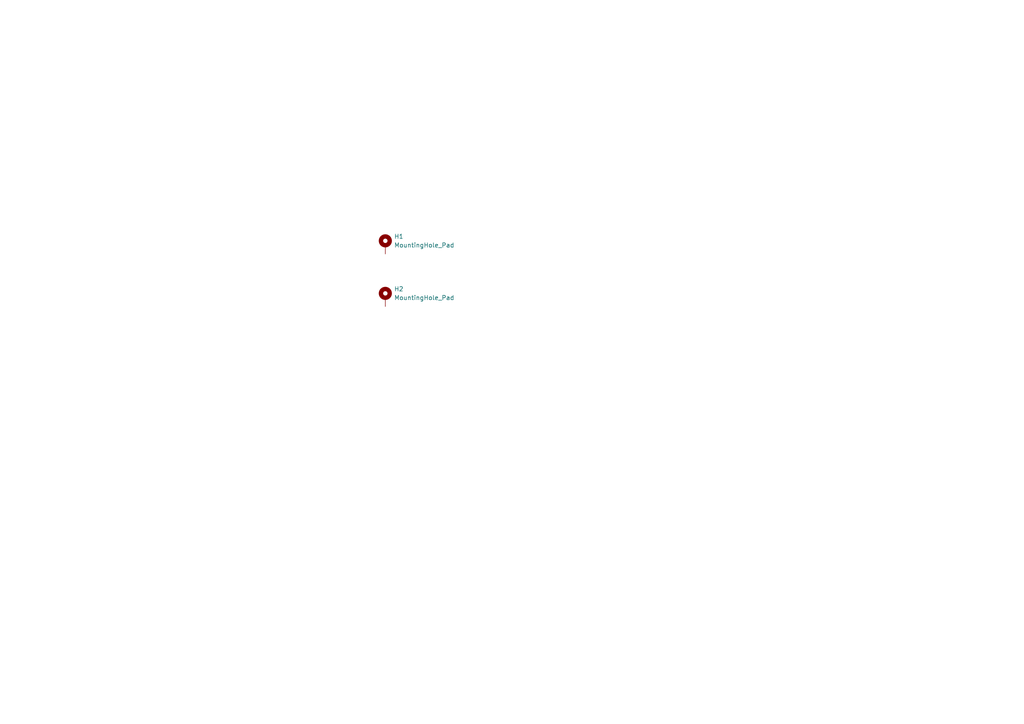
<source format=kicad_sch>
(kicad_sch (version 20250114) (generator "eeschema") (generator_version "9.0")
  (paper "A4")
  (lib_symbols
    (symbol "Mechanical:MountingHole_Pad" (pin_numbers (hide yes)) (pin_names (offset 1.016) (hide yes)) (exclude_from_sim yes) (in_bom no)
      (property "Reference" "H" (at 0 6.35 0))
      (property "Value" "MountingHole_Pad" (at 0 4.445 0))
      (symbol "MountingHole_Pad_0_1"
        (circle (center 0 1.27) (radius 1.27) (stroke (width 1.27)))
      )
      (symbol "MountingHole_Pad_1_1"
        (pin input line (at 0 -2.54 90) (length 2.54) (name "1") (number "1"))
      )
    )
  )
  (symbol (lib_id "Mechanical:MountingHole_Pad") (at 111.76 86.36 0) (unit 1) (exclude_from_sim yes) (in_bom no)
    (property "Reference" "H2" (at 114.3 83.8199 0) (effects (justify left)))
    (property "Value" "MountingHole_Pad" (at 114.3 86.3599 0) (effects (justify left)))
    (property "Footprint" "MountingHole:MountingHole_3.2mm_M3_Pad_TopBottom" (effects (hide yes)))
    (property "Description" "Mounting Hole with connection" (effects (hide yes)))
  )
  (symbol (lib_id "Mechanical:MountingHole_Pad") (at 111.76 71.12 0) (unit 1) (exclude_from_sim yes) (in_bom no)
    (property "Reference" "H1" (at 114.3 68.5799 0) (effects (justify left)))
    (property "Value" "MountingHole_Pad" (at 114.3 71.1199 0) (effects (justify left)))
    (property "Footprint" "MountingHole:MountingHole_3.2mm_M3_Pad_TopBottom" (effects (hide yes)))
    (property "Description" "Mounting Hole with connection" (effects (hide yes)))
  )
)
</source>
